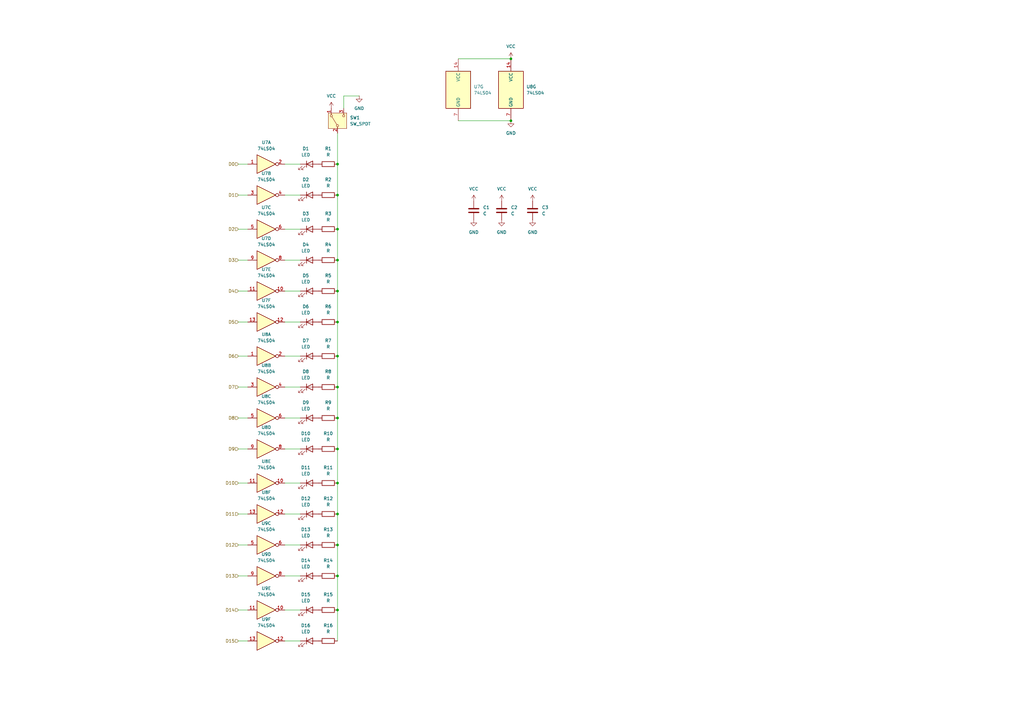
<source format=kicad_sch>
(kicad_sch (version 20231120) (generator "eeschema") (generator_version "8.0")
  (paper "A3")
  (lib_symbols
    (symbol "74xx:74LS04"
      (property "Reference" "U" (at 0 1.27 0))
      (property "Value" "74LS04" (at 0 -1.27 0))
      (symbol "74LS04_1_0"
        (polyline (pts (xy -3.81 3.81) (xy -3.81 -3.81) (xy 3.81 0) (xy -3.81 3.81)) (stroke (width 0.254)) (fill (type background)))
        (pin input line (at -7.62 0 0) (length 3.81) (name "~") (number "1"))
        (pin output inverted (at 7.62 0 180) (length 3.81) (name "~") (number "2"))
      )
      (symbol "74LS04_2_0"
        (polyline (pts (xy -3.81 3.81) (xy -3.81 -3.81) (xy 3.81 0) (xy -3.81 3.81)) (stroke (width 0.254)) (fill (type background)))
        (pin input line (at -7.62 0 0) (length 3.81) (name "~") (number "3"))
        (pin output inverted (at 7.62 0 180) (length 3.81) (name "~") (number "4"))
      )
      (symbol "74LS04_3_0"
        (polyline (pts (xy -3.81 3.81) (xy -3.81 -3.81) (xy 3.81 0) (xy -3.81 3.81)) (stroke (width 0.254)) (fill (type background)))
        (pin input line (at -7.62 0 0) (length 3.81) (name "~") (number "5"))
        (pin output inverted (at 7.62 0 180) (length 3.81) (name "~") (number "6"))
      )
      (symbol "74LS04_4_0"
        (polyline (pts (xy -3.81 3.81) (xy -3.81 -3.81) (xy 3.81 0) (xy -3.81 3.81)) (stroke (width 0.254)) (fill (type background)))
        (pin output inverted (at 7.62 0 180) (length 3.81) (name "~") (number "8"))
        (pin input line (at -7.62 0 0) (length 3.81) (name "~") (number "9"))
      )
      (symbol "74LS04_5_0"
        (polyline (pts (xy -3.81 3.81) (xy -3.81 -3.81) (xy 3.81 0) (xy -3.81 3.81)) (stroke (width 0.254)) (fill (type background)))
        (pin output inverted (at 7.62 0 180) (length 3.81) (name "~") (number "10"))
        (pin input line (at -7.62 0 0) (length 3.81) (name "~") (number "11"))
      )
      (symbol "74LS04_6_0"
        (polyline (pts (xy -3.81 3.81) (xy -3.81 -3.81) (xy 3.81 0) (xy -3.81 3.81)) (stroke (width 0.254)) (fill (type background)))
        (pin output inverted (at 7.62 0 180) (length 3.81) (name "~") (number "12"))
        (pin input line (at -7.62 0 0) (length 3.81) (name "~") (number "13"))
      )
      (symbol "74LS04_7_0"
        (pin power_in line (at 0 12.7 270) (length 5.08) (name "VCC") (number "14"))
        (pin power_in line (at 0 -12.7 90) (length 5.08) (name "GND") (number "7"))
      )
      (symbol "74LS04_7_1"
        (rectangle (start -5.08 7.62) (end 5.08 -7.62) (stroke (width 0.254)) (fill (type background)))
      )
    )
    (symbol "Device:C" (pin_numbers hide) (pin_names (offset 0.254))
      (property "Reference" "C" (at 0.635 2.54 0))
      (property "Value" "C" (at 0.635 -2.54 0))
      (symbol "C_0_1"
        (polyline (pts (xy -2.032 -0.762) (xy 2.032 -0.762)) (stroke (width 0.508)))
        (polyline (pts (xy -2.032 0.762) (xy 2.032 0.762)) (stroke (width 0.508)))
      )
      (symbol "C_1_1"
        (pin passive line (at 0 3.81 270) (length 2.794) (name "~") (number "1"))
        (pin passive line (at 0 -3.81 90) (length 2.794) (name "~") (number "2"))
      )
    )
    (symbol "Device:LED" (pin_numbers hide) (pin_names (offset 1.016) hide)
      (property "Reference" "D" (at 0 2.54 0))
      (property "Value" "LED" (at 0 -2.54 0))
      (symbol "LED_0_1"
        (polyline (pts (xy -1.27 -1.27) (xy -1.27 1.27)) (stroke (width 0.254)))
        (polyline (pts (xy -1.27 0) (xy 1.27 0)))
        (polyline (pts (xy 1.27 -1.27) (xy 1.27 1.27) (xy -1.27 0) (xy 1.27 -1.27)) (stroke (width 0.254)))
        (polyline (pts (xy -3.048 -0.762) (xy -4.572 -2.286) (xy -3.81 -2.286) (xy -4.572 -2.286) (xy -4.572 -1.524)))
        (polyline (pts (xy -1.778 -0.762) (xy -3.302 -2.286) (xy -2.54 -2.286) (xy -3.302 -2.286) (xy -3.302 -1.524)))
      )
      (symbol "LED_1_1"
        (pin passive line (at -3.81 0 0) (length 2.54) (name "K") (number "1"))
        (pin passive line (at 3.81 0 180) (length 2.54) (name "A") (number "2"))
      )
    )
    (symbol "Device:R" (pin_numbers hide) (pin_names (offset 0))
      (property "Reference" "R" (at 2.032 0 90))
      (property "Value" "R" (at 0 0 90))
      (symbol "R_0_1"
        (rectangle (start -1.016 -2.54) (end 1.016 2.54) (stroke (width 0.254)))
      )
      (symbol "R_1_1"
        (pin passive line (at 0 3.81 270) (length 1.27) (name "~") (number "1"))
        (pin passive line (at 0 -3.81 90) (length 1.27) (name "~") (number "2"))
      )
    )
    (symbol "Switch:SW_SPDT" (pin_names (offset 0) hide)
      (property "Reference" "SW" (at 0 5.08 0))
      (property "Value" "SW_SPDT" (at 0 -5.08 0))
      (symbol "SW_SPDT_0_1"
        (circle (center -2.032 0) (radius 0.4572))
        (polyline (pts (xy -1.651 0.254) (xy 1.651 2.286)))
        (circle (center 2.032 -2.54) (radius 0.4572))
        (circle (center 2.032 2.54) (radius 0.4572))
      )
      (symbol "SW_SPDT_1_1"
        (rectangle (start -3.175 3.81) (end 3.175 -3.81) (fill (type background)))
        (pin passive line (at 5.08 2.54 180) (length 2.54) (name "A") (number "1"))
        (pin passive line (at -5.08 0 0) (length 2.54) (name "B") (number "2"))
        (pin passive line (at 5.08 -2.54 180) (length 2.54) (name "C") (number "3"))
      )
    )
    (symbol "power:GND" (power) (pin_numbers hide) (pin_names (offset 0) hide)
      (property "Value" "GND" (at 0 -3.81 0))
      (symbol "GND_0_1"
        (polyline (pts (xy 0 0) (xy 0 -1.27) (xy 1.27 -1.27) (xy 0 -2.54) (xy -1.27 -1.27) (xy 0 -1.27)))
      )
      (symbol "GND_1_1"
        (pin power_in line (at 0 0 270) (length 0) (name "~") (number "1"))
      )
    )
    (symbol "power:VCC" (power) (pin_numbers hide) (pin_names (offset 0) hide)
      (property "Value" "VCC" (at 0 3.556 0))
      (symbol "VCC_0_1"
        (polyline (pts (xy -0.762 1.27) (xy 0 2.54)))
        (polyline (pts (xy 0 0) (xy 0 2.54)))
        (polyline (pts (xy 0 2.54) (xy 0.762 1.27)))
      )
      (symbol "VCC_1_1"
        (pin power_in line (at 0 0 90) (length 0) (name "~") (number "1"))
      )
    )
  )
  (junction (at 138.43 146.05))
  (junction (at 138.43 171.45))
  (junction (at 138.43 106.68))
  (junction (at 138.43 67.31))
  (junction (at 138.43 210.82))
  (junction (at 138.43 158.75))
  (junction (at 138.43 250.19))
  (junction (at 138.43 119.38))
  (junction (at 138.43 236.22))
  (junction (at 138.43 184.15))
  (junction (at 209.55 49.53))
  (junction (at 138.43 223.52))
  (junction (at 138.43 198.12))
  (junction (at 138.43 93.98))
  (junction (at 138.43 132.08))
  (junction (at 138.43 80.01))
  (junction (at 209.55 24.13))
  (wire (pts (xy 138.43 171.45) (xy 138.43 184.15)))
  (wire (pts (xy 138.43 158.75) (xy 138.43 171.45)))
  (wire (pts (xy 116.84 132.08) (xy 123.19 132.08)))
  (wire (pts (xy 116.84 106.68) (xy 123.19 106.68)))
  (wire (pts (xy 116.84 67.31) (xy 123.19 67.31)))
  (wire (pts (xy 116.84 80.01) (xy 123.19 80.01)))
  (wire (pts (xy 138.43 132.08) (xy 138.43 146.05)))
  (wire (pts (xy 97.79 262.89) (xy 101.6 262.89)))
  (wire (pts (xy 138.43 67.31) (xy 138.43 80.01)))
  (wire (pts (xy 116.84 250.19) (xy 123.19 250.19)))
  (wire (pts (xy 97.79 184.15) (xy 101.6 184.15)))
  (wire (pts (xy 116.84 210.82) (xy 123.19 210.82)))
  (wire (pts (xy 138.43 184.15) (xy 138.43 198.12)))
  (wire (pts (xy 97.79 198.12) (xy 101.6 198.12)))
  (wire (pts (xy 97.79 223.52) (xy 101.6 223.52)))
  (wire (pts (xy 116.84 171.45) (xy 123.19 171.45)))
  (wire (pts (xy 116.84 146.05) (xy 123.19 146.05)))
  (wire (pts (xy 138.43 250.19) (xy 138.43 262.89)))
  (wire (pts (xy 97.79 210.82) (xy 101.6 210.82)))
  (wire (pts (xy 116.84 236.22) (xy 123.19 236.22)))
  (wire (pts (xy 97.79 146.05) (xy 101.6 146.05)))
  (wire (pts (xy 187.96 49.53) (xy 209.55 49.53)))
  (wire (pts (xy 138.43 236.22) (xy 138.43 250.19)))
  (wire (pts (xy 138.43 223.52) (xy 138.43 236.22)))
  (wire (pts (xy 97.79 93.98) (xy 101.6 93.98)))
  (wire (pts (xy 138.43 93.98) (xy 138.43 106.68)))
  (wire (pts (xy 97.79 236.22) (xy 101.6 236.22)))
  (wire (pts (xy 116.84 119.38) (xy 123.19 119.38)))
  (wire (pts (xy 187.96 24.13) (xy 209.55 24.13)))
  (wire (pts (xy 138.43 146.05) (xy 138.43 158.75)))
  (wire (pts (xy 97.79 171.45) (xy 101.6 171.45)))
  (wire (pts (xy 116.84 158.75) (xy 123.19 158.75)))
  (wire (pts (xy 97.79 106.68) (xy 101.6 106.68)))
  (wire (pts (xy 97.79 132.08) (xy 101.6 132.08)))
  (wire (pts (xy 97.79 158.75) (xy 101.6 158.75)))
  (wire (pts (xy 138.43 80.01) (xy 138.43 93.98)))
  (wire (pts (xy 116.84 184.15) (xy 123.19 184.15)))
  (wire (pts (xy 140.97 44.45) (xy 140.97 39.37)))
  (wire (pts (xy 138.43 54.61) (xy 138.43 67.31)))
  (wire (pts (xy 116.84 198.12) (xy 123.19 198.12)))
  (wire (pts (xy 138.43 119.38) (xy 138.43 132.08)))
  (wire (pts (xy 116.84 262.89) (xy 123.19 262.89)))
  (wire (pts (xy 138.43 106.68) (xy 138.43 119.38)))
  (wire (pts (xy 116.84 93.98) (xy 123.19 93.98)))
  (wire (pts (xy 97.79 119.38) (xy 101.6 119.38)))
  (wire (pts (xy 140.97 39.37) (xy 147.32 39.37)))
  (wire (pts (xy 97.79 80.01) (xy 101.6 80.01)))
  (wire (pts (xy 138.43 210.82) (xy 138.43 223.52)))
  (wire (pts (xy 97.79 67.31) (xy 101.6 67.31)))
  (wire (pts (xy 97.79 250.19) (xy 101.6 250.19)))
  (wire (pts (xy 116.84 223.52) (xy 123.19 223.52)))
  (wire (pts (xy 138.43 198.12) (xy 138.43 210.82)))
  (hierarchical_label "D5" (shape input) (at 97.79 132.08 180))
  (hierarchical_label "D6" (shape input) (at 97.79 146.05 180))
  (hierarchical_label "D2" (shape input) (at 97.79 93.98 180))
  (hierarchical_label "D14" (shape input) (at 97.79 250.19 180))
  (hierarchical_label "D15" (shape input) (at 97.79 262.89 180))
  (hierarchical_label "D0" (shape input) (at 97.79 67.31 180))
  (hierarchical_label "D7" (shape input) (at 97.79 158.75 180))
  (hierarchical_label "D10" (shape input) (at 97.79 198.12 180))
  (hierarchical_label "D13" (shape input) (at 97.79 236.22 180))
  (hierarchical_label "D1" (shape input) (at 97.79 80.01 180))
  (hierarchical_label "D4" (shape input) (at 97.79 119.38 180))
  (hierarchical_label "D8" (shape input) (at 97.79 171.45 180))
  (hierarchical_label "D12" (shape input) (at 97.79 223.52 180))
  (hierarchical_label "D11" (shape input) (at 97.79 210.82 180))
  (hierarchical_label "D3" (shape input) (at 97.79 106.68 180))
  (hierarchical_label "D9" (shape input) (at 97.79 184.15 180))
  (symbol (lib_id "Device:R") (at 134.62 106.68 90) (unit 1)
    (property "Reference" "R4" (at 134.62 100.33 90))
    (property "Value" "R" (at 134.62 102.87 90))
    (property "Footprint" "Resistor_SMD:R_0805_2012Metric" (effects (hide yes)))
    (property "Description" "Resistor" (effects (hide yes)))
    (instances (project "" (path "" (reference "R4") (unit 1))) (project "pcb_proc_ram" (path "" (reference "R?") (unit 1)) (path "" (reference "R?") (unit 1))))
  )
  (symbol (lib_id "Device:C") (at 205.74 86.36 0) (unit 1)
    (property "Reference" "C2" (at 209.55 85.0899 0) (effects (justify left)))
    (property "Value" "C" (at 209.55 87.6299 0) (effects (justify left)))
    (property "Footprint" "Capacitor_SMD:C_0805_2012Metric" (effects (hide yes)))
    (property "Description" "Unpolarized capacitor" (effects (hide yes)))
    (instances (project "" (path "" (reference "C2") (unit 1))) (project "pcb_proc_ram" (path "" (reference "C?") (unit 1)) (path "" (reference "C?") (unit 1))))
  )
  (symbol (lib_id "Device:R") (at 134.62 262.89 90) (unit 1)
    (property "Reference" "R16" (at 134.62 256.54 90))
    (property "Value" "R" (at 134.62 259.08 90))
    (property "Footprint" "Resistor_SMD:R_0805_2012Metric" (effects (hide yes)))
    (property "Description" "Resistor" (effects (hide yes)))
    (instances (project "" (path "" (reference "R16") (unit 1))) (project "pcb_proc_ram" (path "" (reference "R?") (unit 1)) (path "" (reference "R?") (unit 1))))
  )
  (symbol (lib_id "Device:LED") (at 127 158.75 0) (unit 1)
    (property "Reference" "D8" (at 125.4125 152.4 0))
    (property "Value" "LED" (at 125.4125 154.94 0))
    (property "Footprint" "LED_THT:LED_Rectangular_W5.0mm_H2.0mm" (effects (hide yes)))
    (property "Description" "Light emitting diode" (effects (hide yes)))
    (instances (project "" (path "" (reference "D8") (unit 1))) (project "pcb_proc_ram" (path "" (reference "D?") (unit 1)) (path "" (reference "D?") (unit 1))))
  )
  (symbol (lib_id "Device:R") (at 134.62 93.98 90) (unit 1)
    (property "Reference" "R3" (at 134.62 87.63 90))
    (property "Value" "R" (at 134.62 90.17 90))
    (property "Footprint" "Resistor_SMD:R_0805_2012Metric" (effects (hide yes)))
    (property "Description" "Resistor" (effects (hide yes)))
    (instances (project "" (path "" (reference "R3") (unit 1))) (project "pcb_proc_ram" (path "" (reference "R?") (unit 1)) (path "" (reference "R?") (unit 1))))
  )
  (symbol (lib_id "power:GND") (at 209.55 49.53 0) (unit 1)
    (property "Reference" "#PWR020" (effects (hide yes)))
    (property "Value" "GND" (at 209.55 54.61 0))
    (property "Description" "Power symbol creates a global label with name \"GND\" , ground" (effects (hide yes)))
    (instances (project "" (path "" (reference "#PWR020") (unit 1))) (project "pcb_proc_ram" (path "" (reference "#PWR?") (unit 1)) (path "" (reference "#PWR?") (unit 1))))
  )
  (symbol (lib_id "74xx:74LS04") (at 209.55 36.83 0) (unit 7)
    (property "Reference" "U8" (at 215.9 35.5599 0) (effects (justify left)))
    (property "Value" "74LS04" (at 215.9 38.0999 0) (effects (justify left)))
    (property "Footprint" "Package_DIP:DIP-14_W7.62mm_LongPads" (effects (hide yes)))
    (property "Datasheet" "http://www.ti.com/lit/gpn/sn74LS04" (effects (hide yes)))
    (property "Description" "Hex Inverter" (effects (hide yes)))
    (instances (project "" (path "" (reference "U8") (unit 7))) (project "pcb_proc_ram" (path "" (reference "U?") (unit 7)) (path "" (reference "U?") (unit 7))))
  )
  (symbol (lib_id "Device:LED") (at 127 262.89 0) (unit 1)
    (property "Reference" "D16" (at 125.4125 256.54 0))
    (property "Value" "LED" (at 125.4125 259.08 0))
    (property "Footprint" "LED_THT:LED_Rectangular_W5.0mm_H2.0mm" (effects (hide yes)))
    (property "Description" "Light emitting diode" (effects (hide yes)))
    (instances (project "" (path "" (reference "D16") (unit 1))) (project "pcb_proc_ram" (path "" (reference "D?") (unit 1)) (path "" (reference "D?") (unit 1))))
  )
  (symbol (lib_id "Device:LED") (at 127 132.08 0) (unit 1)
    (property "Reference" "D6" (at 125.4125 125.73 0))
    (property "Value" "LED" (at 125.4125 128.27 0))
    (property "Footprint" "LED_THT:LED_Rectangular_W5.0mm_H2.0mm" (effects (hide yes)))
    (property "Description" "Light emitting diode" (effects (hide yes)))
    (instances (project "" (path "" (reference "D6") (unit 1))) (project "pcb_proc_ram" (path "" (reference "D?") (unit 1)) (path "" (reference "D?") (unit 1))))
  )
  (symbol (lib_id "Device:LED") (at 127 171.45 0) (unit 1)
    (property "Reference" "D9" (at 125.4125 165.1 0))
    (property "Value" "LED" (at 125.4125 167.64 0))
    (property "Footprint" "LED_THT:LED_Rectangular_W5.0mm_H2.0mm" (effects (hide yes)))
    (property "Description" "Light emitting diode" (effects (hide yes)))
    (instances (project "" (path "" (reference "D9") (unit 1))) (project "pcb_proc_ram" (path "" (reference "D?") (unit 1)) (path "" (reference "D?") (unit 1))))
  )
  (symbol (lib_id "power:VCC") (at 209.55 24.13 0) (unit 1)
    (property "Reference" "#PWR017" (effects (hide yes)))
    (property "Value" "VCC" (at 209.55 19.05 0))
    (property "Description" "Power symbol creates a global label with name \"VCC\"" (effects (hide yes)))
    (instances (project "" (path "" (reference "#PWR017") (unit 1))) (project "pcb_proc_ram" (path "" (reference "#PWR?") (unit 1)) (path "" (reference "#PWR?") (unit 1))))
  )
  (symbol (lib_id "Device:R") (at 134.62 132.08 90) (unit 1)
    (property "Reference" "R6" (at 134.62 125.73 90))
    (property "Value" "R" (at 134.62 128.27 90))
    (property "Footprint" "Resistor_SMD:R_0805_2012Metric" (effects (hide yes)))
    (property "Description" "Resistor" (effects (hide yes)))
    (instances (project "" (path "" (reference "R6") (unit 1))) (project "pcb_proc_ram" (path "" (reference "R?") (unit 1)) (path "" (reference "R?") (unit 1))))
  )
  (symbol (lib_id "power:GND") (at 218.44 90.17 0) (unit 1)
    (property "Reference" "#PWR026" (effects (hide yes)))
    (property "Value" "GND" (at 218.44 95.25 0))
    (property "Description" "Power symbol creates a global label with name \"GND\" , ground" (effects (hide yes)))
    (instances (project "" (path "" (reference "#PWR026") (unit 1))) (project "pcb_proc_ram" (path "" (reference "#PWR?") (unit 1)) (path "" (reference "#PWR?") (unit 1))))
  )
  (symbol (lib_id "74xx:74LS04") (at 109.22 67.31 0) (unit 1)
    (property "Reference" "U7" (at 109.22 58.42 0))
    (property "Value" "74LS04" (at 109.22 60.96 0))
    (property "Footprint" "Package_DIP:DIP-14_W7.62mm_Socket_LongPads" (effects (hide yes)))
    (property "Datasheet" "http://www.ti.com/lit/gpn/sn74LS04" (effects (hide yes)))
    (property "Description" "Hex Inverter" (effects (hide yes)))
    (instances (project "" (path "" (reference "U7") (unit 1))) (project "pcb_proc_ram" (path "" (reference "U?") (unit 1)) (path "" (reference "U?") (unit 1))))
  )
  (symbol (lib_id "power:GND") (at 194.31 90.17 0) (unit 1)
    (property "Reference" "#PWR024" (effects (hide yes)))
    (property "Value" "GND" (at 194.31 95.25 0))
    (property "Description" "Power symbol creates a global label with name \"GND\" , ground" (effects (hide yes)))
    (instances (project "" (path "" (reference "#PWR024") (unit 1))) (project "pcb_proc_ram" (path "" (reference "#PWR?") (unit 1)) (path "" (reference "#PWR?") (unit 1))))
  )
  (symbol (lib_id "74xx:74LS04") (at 187.96 36.83 0) (unit 7)
    (property "Reference" "U7" (at 194.31 35.5599 0) (effects (justify left)))
    (property "Value" "74LS04" (at 194.31 38.0999 0) (effects (justify left)))
    (property "Footprint" "Package_DIP:DIP-14_W7.62mm_Socket_LongPads" (effects (hide yes)))
    (property "Datasheet" "http://www.ti.com/lit/gpn/sn74LS04" (effects (hide yes)))
    (property "Description" "Hex Inverter" (effects (hide yes)))
    (instances (project "" (path "" (reference "U7") (unit 7))) (project "pcb_proc_ram" (path "" (reference "U?") (unit 7)) (path "" (reference "U?") (unit 7))))
  )
  (symbol (lib_id "Device:LED") (at 127 106.68 0) (unit 1)
    (property "Reference" "D4" (at 125.4125 100.33 0))
    (property "Value" "LED" (at 125.4125 102.87 0))
    (property "Footprint" "LED_THT:LED_Rectangular_W5.0mm_H2.0mm" (effects (hide yes)))
    (property "Description" "Light emitting diode" (effects (hide yes)))
    (instances (project "" (path "" (reference "D4") (unit 1))) (project "pcb_proc_ram" (path "" (reference "D?") (unit 1)) (path "" (reference "D?") (unit 1))))
  )
  (symbol (lib_id "74xx:74LS04") (at 109.22 146.05 0) (unit 1)
    (property "Reference" "U8" (at 109.22 137.16 0))
    (property "Value" "74LS04" (at 109.22 139.7 0))
    (property "Footprint" "Package_DIP:DIP-14_W7.62mm_LongPads" (effects (hide yes)))
    (property "Datasheet" "http://www.ti.com/lit/gpn/sn74LS04" (effects (hide yes)))
    (property "Description" "Hex Inverter" (effects (hide yes)))
    (instances (project "" (path "" (reference "U8") (unit 1))) (project "pcb_proc_ram" (path "" (reference "U?") (unit 1)) (path "" (reference "U?") (unit 1))))
  )
  (symbol (lib_id "power:VCC") (at 205.74 82.55 0) (unit 1)
    (property "Reference" "#PWR022" (effects (hide yes)))
    (property "Value" "VCC" (at 205.74 77.47 0))
    (property "Description" "Power symbol creates a global label with name \"VCC\"" (effects (hide yes)))
    (instances (project "" (path "" (reference "#PWR022") (unit 1))) (project "pcb_proc_ram" (path "" (reference "#PWR?") (unit 1)) (path "" (reference "#PWR?") (unit 1))))
  )
  (symbol (lib_id "power:VCC") (at 135.89 44.45 0) (unit 1)
    (property "Reference" "#PWR019" (effects (hide yes)))
    (property "Value" "VCC" (at 135.89 39.37 0))
    (property "Description" "Power symbol creates a global label with name \"VCC\"" (effects (hide yes)))
    (instances (project "" (path "" (reference "#PWR019") (unit 1))) (project "pcb_proc_ram" (path "" (reference "#PWR?") (unit 1)) (path "" (reference "#PWR?") (unit 1))))
  )
  (symbol (lib_id "Device:R") (at 134.62 223.52 90) (unit 1)
    (property "Reference" "R13" (at 134.62 217.17 90))
    (property "Value" "R" (at 134.62 219.71 90))
    (property "Footprint" "Resistor_SMD:R_0805_2012Metric" (effects (hide yes)))
    (property "Description" "Resistor" (effects (hide yes)))
    (instances (project "" (path "" (reference "R13") (unit 1))) (project "pcb_proc_ram" (path "" (reference "R?") (unit 1)) (path "" (reference "R?") (unit 1))))
  )
  (symbol (lib_id "Device:R") (at 134.62 80.01 90) (unit 1)
    (property "Reference" "R2" (at 134.62 73.66 90))
    (property "Value" "R" (at 134.62 76.2 90))
    (property "Footprint" "Resistor_SMD:R_0805_2012Metric" (effects (hide yes)))
    (property "Description" "Resistor" (effects (hide yes)))
    (instances (project "" (path "" (reference "R2") (unit 1))) (project "pcb_proc_ram" (path "" (reference "R?") (unit 1)) (path "" (reference "R?") (unit 1))))
  )
  (symbol (lib_id "74xx:74LS04") (at 109.22 106.68 0) (unit 4)
    (property "Reference" "U7" (at 109.22 97.79 0))
    (property "Value" "74LS04" (at 109.22 100.33 0))
    (property "Footprint" "Package_DIP:DIP-14_W7.62mm_Socket_LongPads" (effects (hide yes)))
    (property "Datasheet" "http://www.ti.com/lit/gpn/sn74LS04" (effects (hide yes)))
    (property "Description" "Hex Inverter" (effects (hide yes)))
    (instances (project "" (path "" (reference "U7") (unit 4))) (project "pcb_proc_ram" (path "" (reference "U?") (unit 4)) (path "" (reference "U?") (unit 4))))
  )
  (symbol (lib_id "Device:R") (at 134.62 184.15 90) (unit 1)
    (property "Reference" "R10" (at 134.62 177.8 90))
    (property "Value" "R" (at 134.62 180.34 90))
    (property "Footprint" "Resistor_SMD:R_0805_2012Metric" (effects (hide yes)))
    (property "Description" "Resistor" (effects (hide yes)))
    (instances (project "" (path "" (reference "R10") (unit 1))) (project "pcb_proc_ram" (path "" (reference "R?") (unit 1)) (path "" (reference "R?") (unit 1))))
  )
  (symbol (lib_id "Device:LED") (at 127 236.22 0) (unit 1)
    (property "Reference" "D14" (at 125.4125 229.87 0))
    (property "Value" "LED" (at 125.4125 232.41 0))
    (property "Footprint" "LED_THT:LED_Rectangular_W5.0mm_H2.0mm" (effects (hide yes)))
    (property "Description" "Light emitting diode" (effects (hide yes)))
    (instances (project "" (path "" (reference "D14") (unit 1))) (project "pcb_proc_ram" (path "" (reference "D?") (unit 1)) (path "" (reference "D?") (unit 1))))
  )
  (symbol (lib_id "74xx:74LS04") (at 109.22 198.12 0) (unit 5)
    (property "Reference" "U8" (at 109.22 189.23 0))
    (property "Value" "74LS04" (at 109.22 191.77 0))
    (property "Footprint" "Package_DIP:DIP-14_W7.62mm_LongPads" (effects (hide yes)))
    (property "Datasheet" "http://www.ti.com/lit/gpn/sn74LS04" (effects (hide yes)))
    (property "Description" "Hex Inverter" (effects (hide yes)))
    (instances (project "" (path "" (reference "U8") (unit 5))) (project "pcb_proc_ram" (path "" (reference "U?") (unit 5)) (path "" (reference "U?") (unit 5))))
  )
  (symbol (lib_id "power:GND") (at 147.32 39.37 0) (unit 1)
    (property "Reference" "#PWR018" (effects (hide yes)))
    (property "Value" "GND" (at 147.32 44.45 0))
    (property "Description" "Power symbol creates a global label with name \"GND\" , ground" (effects (hide yes)))
    (instances (project "" (path "" (reference "#PWR018") (unit 1))) (project "pcb_proc_ram" (path "" (reference "#PWR?") (unit 1)) (path "" (reference "#PWR?") (unit 1))))
  )
  (symbol (lib_id "power:VCC") (at 218.44 82.55 0) (unit 1)
    (property "Reference" "#PWR023" (effects (hide yes)))
    (property "Value" "VCC" (at 218.44 77.47 0))
    (property "Description" "Power symbol creates a global label with name \"VCC\"" (effects (hide yes)))
    (instances (project "" (path "" (reference "#PWR023") (unit 1))) (project "pcb_proc_ram" (path "" (reference "#PWR?") (unit 1)) (path "" (reference "#PWR?") (unit 1))))
  )
  (symbol (lib_id "Device:LED") (at 127 119.38 0) (unit 1)
    (property "Reference" "D5" (at 125.4125 113.03 0))
    (property "Value" "LED" (at 125.4125 115.57 0))
    (property "Footprint" "LED_THT:LED_Rectangular_W5.0mm_H2.0mm" (effects (hide yes)))
    (property "Description" "Light emitting diode" (effects (hide yes)))
    (instances (project "" (path "" (reference "D5") (unit 1))) (project "pcb_proc_ram" (path "" (reference "D?") (unit 1)) (path "" (reference "D?") (unit 1))))
  )
  (symbol (lib_id "Device:LED") (at 127 223.52 0) (unit 1)
    (property "Reference" "D13" (at 125.4125 217.17 0))
    (property "Value" "LED" (at 125.4125 219.71 0))
    (property "Footprint" "LED_THT:LED_Rectangular_W5.0mm_H2.0mm" (effects (hide yes)))
    (property "Description" "Light emitting diode" (effects (hide yes)))
    (instances (project "" (path "" (reference "D13") (unit 1))) (project "pcb_proc_ram" (path "" (reference "D?") (unit 1)) (path "" (reference "D?") (unit 1))))
  )
  (symbol (lib_id "74xx:74LS04") (at 109.22 262.89 0) (unit 6)
    (property "Reference" "U9" (at 109.22 254 0))
    (property "Value" "74LS04" (at 109.22 256.54 0))
    (property "Footprint" "Package_DIP:DIP-14_W7.62mm_LongPads" (effects (hide yes)))
    (property "Datasheet" "http://www.ti.com/lit/gpn/sn74LS04" (effects (hide yes)))
    (property "Description" "Hex Inverter" (effects (hide yes)))
    (instances (project "" (path "" (reference "U9") (unit 6))) (project "pcb_proc_ram" (path "" (reference "U?") (unit 6)) (path "" (reference "U?") (unit 6))))
  )
  (symbol (lib_id "Device:C") (at 194.31 86.36 0) (unit 1)
    (property "Reference" "C1" (at 198.12 85.0899 0) (effects (justify left)))
    (property "Value" "C" (at 198.12 87.6299 0) (effects (justify left)))
    (property "Footprint" "Capacitor_SMD:C_0805_2012Metric" (effects (hide yes)))
    (property "Description" "Unpolarized capacitor" (effects (hide yes)))
    (instances (project "" (path "" (reference "C1") (unit 1))) (project "pcb_proc_ram" (path "" (reference "C?") (unit 1)) (path "" (reference "C?") (unit 1))))
  )
  (symbol (lib_id "Device:R") (at 134.62 67.31 90) (unit 1)
    (property "Reference" "R1" (at 134.62 60.96 90))
    (property "Value" "R" (at 134.62 63.5 90))
    (property "Footprint" "Resistor_SMD:R_0805_2012Metric" (effects (hide yes)))
    (property "Description" "Resistor" (effects (hide yes)))
    (instances (project "" (path "" (reference "R1") (unit 1))) (project "" (path "" (reference "R?") (unit 1)) (path "" (reference "R?") (unit 1))))
  )
  (symbol (lib_id "power:VCC") (at 194.31 82.55 0) (unit 1)
    (property "Reference" "#PWR021" (effects (hide yes)))
    (property "Value" "VCC" (at 194.31 77.47 0))
    (property "Description" "Power symbol creates a global label with name \"VCC\"" (effects (hide yes)))
    (instances (project "" (path "" (reference "#PWR021") (unit 1))) (project "pcb_proc_ram" (path "" (reference "#PWR?") (unit 1)) (path "" (reference "#PWR?") (unit 1))))
  )
  (symbol (lib_id "Device:R") (at 134.62 198.12 90) (unit 1)
    (property "Reference" "R11" (at 134.62 191.77 90))
    (property "Value" "R" (at 134.62 194.31 90))
    (property "Footprint" "Resistor_SMD:R_0805_2012Metric" (effects (hide yes)))
    (property "Description" "Resistor" (effects (hide yes)))
    (instances (project "" (path "" (reference "R11") (unit 1))) (project "pcb_proc_ram" (path "" (reference "R?") (unit 1)) (path "" (reference "R?") (unit 1))))
  )
  (symbol (lib_id "74xx:74LS04") (at 109.22 119.38 0) (unit 5)
    (property "Reference" "U7" (at 109.22 110.49 0))
    (property "Value" "74LS04" (at 109.22 113.03 0))
    (property "Footprint" "Package_DIP:DIP-14_W7.62mm_Socket_LongPads" (effects (hide yes)))
    (property "Datasheet" "http://www.ti.com/lit/gpn/sn74LS04" (effects (hide yes)))
    (property "Description" "Hex Inverter" (effects (hide yes)))
    (instances (project "" (path "" (reference "U7") (unit 5))) (project "pcb_proc_ram" (path "" (reference "U?") (unit 5)) (path "" (reference "U?") (unit 5))))
  )
  (symbol (lib_id "Device:R") (at 134.62 210.82 90) (unit 1)
    (property "Reference" "R12" (at 134.62 204.47 90))
    (property "Value" "R" (at 134.62 207.01 90))
    (property "Footprint" "Resistor_SMD:R_0805_2012Metric" (effects (hide yes)))
    (property "Description" "Resistor" (effects (hide yes)))
    (instances (project "" (path "" (reference "R12") (unit 1))) (project "pcb_proc_ram" (path "" (reference "R?") (unit 1)) (path "" (reference "R?") (unit 1))))
  )
  (symbol (lib_id "Device:LED") (at 127 198.12 0) (unit 1)
    (property "Reference" "D11" (at 125.4125 191.77 0))
    (property "Value" "LED" (at 125.4125 194.31 0))
    (property "Footprint" "LED_THT:LED_Rectangular_W5.0mm_H2.0mm" (effects (hide yes)))
    (property "Description" "Light emitting diode" (effects (hide yes)))
    (instances (project "" (path "" (reference "D11") (unit 1))) (project "pcb_proc_ram" (path "" (reference "D?") (unit 1)) (path "" (reference "D?") (unit 1))))
  )
  (symbol (lib_id "Device:R") (at 134.62 158.75 90) (unit 1)
    (property "Reference" "R8" (at 134.62 152.4 90))
    (property "Value" "R" (at 134.62 154.94 90))
    (property "Footprint" "Resistor_SMD:R_0805_2012Metric" (effects (hide yes)))
    (property "Description" "Resistor" (effects (hide yes)))
    (instances (project "" (path "" (reference "R8") (unit 1))) (project "pcb_proc_ram" (path "" (reference "R?") (unit 1)) (path "" (reference "R?") (unit 1))))
  )
  (symbol (lib_id "74xx:74LS04") (at 109.22 171.45 0) (unit 3)
    (property "Reference" "U8" (at 109.22 162.56 0))
    (property "Value" "74LS04" (at 109.22 165.1 0))
    (property "Footprint" "Package_DIP:DIP-14_W7.62mm_LongPads" (effects (hide yes)))
    (property "Datasheet" "http://www.ti.com/lit/gpn/sn74LS04" (effects (hide yes)))
    (property "Description" "Hex Inverter" (effects (hide yes)))
    (instances (project "" (path "" (reference "U8") (unit 3))) (project "pcb_proc_ram" (path "" (reference "U?") (unit 3)) (path "" (reference "U?") (unit 3))))
  )
  (symbol (lib_id "Switch:SW_SPDT") (at 138.43 49.53 90) (unit 1)
    (property "Reference" "SW1" (at 143.51 48.2599 90) (effects (justify right)))
    (property "Value" "SW_SPDT" (at 143.51 50.7999 90) (effects (justify right)))
    (property "Footprint" "Button_Switch_THT:SW_E-Switch_EG1271_SPDT" (effects (hide yes)))
    (property "Description" "Switch, single pole double throw" (effects (hide yes)))
    (instances (project "" (path "" (reference "SW1") (unit 1))) (project "pcb_proc_ram" (path "" (reference "SW?") (unit 1)) (path "" (reference "SW?") (unit 1))))
  )
  (symbol (lib_id "Device:LED") (at 127 146.05 0) (unit 1)
    (property "Reference" "D7" (at 125.4125 139.7 0))
    (property "Value" "LED" (at 125.4125 142.24 0))
    (property "Footprint" "LED_THT:LED_Rectangular_W5.0mm_H2.0mm" (effects (hide yes)))
    (property "Description" "Light emitting diode" (effects (hide yes)))
    (instances (project "" (path "" (reference "D7") (unit 1))) (project "pcb_proc_ram" (path "" (reference "D?") (unit 1)) (path "" (reference "D?") (unit 1))))
  )
  (symbol (lib_id "Device:C") (at 218.44 86.36 0) (unit 1)
    (property "Reference" "C3" (at 222.25 85.0899 0) (effects (justify left)))
    (property "Value" "C" (at 222.25 87.6299 0) (effects (justify left)))
    (property "Footprint" "Capacitor_SMD:C_0805_2012Metric" (effects (hide yes)))
    (property "Description" "Unpolarized capacitor" (effects (hide yes)))
    (instances (project "" (path "" (reference "C3") (unit 1))) (project "pcb_proc_ram" (path "" (reference "C?") (unit 1)) (path "" (reference "C?") (unit 1))))
  )
  (symbol (lib_id "Device:R") (at 134.62 236.22 90) (unit 1)
    (property "Reference" "R14" (at 134.62 229.87 90))
    (property "Value" "R" (at 134.62 232.41 90))
    (property "Footprint" "Resistor_SMD:R_0805_2012Metric" (effects (hide yes)))
    (property "Description" "Resistor" (effects (hide yes)))
    (instances (project "" (path "" (reference "R14") (unit 1))) (project "pcb_proc_ram" (path "" (reference "R?") (unit 1)) (path "" (reference "R?") (unit 1))))
  )
  (symbol (lib_id "Device:R") (at 134.62 119.38 90) (unit 1)
    (property "Reference" "R5" (at 134.62 113.03 90))
    (property "Value" "R" (at 134.62 115.57 90))
    (property "Footprint" "Resistor_SMD:R_0805_2012Metric" (effects (hide yes)))
    (property "Description" "Resistor" (effects (hide yes)))
    (instances (project "" (path "" (reference "R5") (unit 1))) (project "pcb_proc_ram" (path "" (reference "R?") (unit 1)) (path "" (reference "R?") (unit 1))))
  )
  (symbol (lib_id "Device:LED") (at 127 210.82 0) (unit 1)
    (property "Reference" "D12" (at 125.4125 204.47 0))
    (property "Value" "LED" (at 125.4125 207.01 0))
    (property "Footprint" "LED_THT:LED_Rectangular_W5.0mm_H2.0mm" (effects (hide yes)))
    (property "Description" "Light emitting diode" (effects (hide yes)))
    (instances (project "" (path "" (reference "D12") (unit 1))) (project "pcb_proc_ram" (path "" (reference "D?") (unit 1)) (path "" (reference "D?") (unit 1))))
  )
  (symbol (lib_id "74xx:74LS04") (at 109.22 236.22 0) (unit 4)
    (property "Reference" "U9" (at 109.22 227.33 0))
    (property "Value" "74LS04" (at 109.22 229.87 0))
    (property "Footprint" "Package_DIP:DIP-14_W7.62mm_LongPads" (effects (hide yes)))
    (property "Datasheet" "http://www.ti.com/lit/gpn/sn74LS04" (effects (hide yes)))
    (property "Description" "Hex Inverter" (effects (hide yes)))
    (instances (project "" (path "" (reference "U9") (unit 4))) (project "pcb_proc_ram" (path "" (reference "U?") (unit 4)) (path "" (reference "U?") (unit 4))))
  )
  (symbol (lib_id "74xx:74LS04") (at 109.22 223.52 0) (unit 3)
    (property "Reference" "U9" (at 109.22 214.63 0))
    (property "Value" "74LS04" (at 109.22 217.17 0))
    (property "Footprint" "Package_DIP:DIP-14_W7.62mm_LongPads" (effects (hide yes)))
    (property "Datasheet" "http://www.ti.com/lit/gpn/sn74LS04" (effects (hide yes)))
    (property "Description" "Hex Inverter" (effects (hide yes)))
    (instances (project "" (path "" (reference "U9") (unit 3))) (project "pcb_proc_ram" (path "" (reference "U?") (unit 3)) (path "" (reference "U?") (unit 3))))
  )
  (symbol (lib_id "Device:R") (at 134.62 250.19 90) (unit 1)
    (property "Reference" "R15" (at 134.62 243.84 90))
    (property "Value" "R" (at 134.62 246.38 90))
    (property "Footprint" "Resistor_SMD:R_0805_2012Metric" (effects (hide yes)))
    (property "Description" "Resistor" (effects (hide yes)))
    (instances (project "" (path "" (reference "R15") (unit 1))) (project "pcb_proc_ram" (path "" (reference "R?") (unit 1)) (path "" (reference "R?") (unit 1))))
  )
  (symbol (lib_id "Device:R") (at 134.62 171.45 90) (unit 1)
    (property "Reference" "R9" (at 134.62 165.1 90))
    (property "Value" "R" (at 134.62 167.64 90))
    (property "Footprint" "Resistor_SMD:R_0805_2012Metric" (effects (hide yes)))
    (property "Description" "Resistor" (effects (hide yes)))
    (instances (project "" (path "" (reference "R9") (unit 1))) (project "pcb_proc_ram" (path "" (reference "R?") (unit 1)) (path "" (reference "R?") (unit 1))))
  )
  (symbol (lib_id "power:GND") (at 205.74 90.17 0) (unit 1)
    (property "Reference" "#PWR025" (effects (hide yes)))
    (property "Value" "GND" (at 205.74 95.25 0))
    (property "Description" "Power symbol creates a global label with name \"GND\" , ground" (effects (hide yes)))
    (instances (project "" (path "" (reference "#PWR025") (unit 1))) (project "pcb_proc_ram" (path "" (reference "#PWR?") (unit 1)) (path "" (reference "#PWR?") (unit 1))))
  )
  (symbol (lib_id "Device:LED") (at 127 67.31 0) (unit 1)
    (property "Reference" "D1" (at 125.4125 60.96 0))
    (property "Value" "LED" (at 125.4125 63.5 0))
    (property "Footprint" "LED_THT:LED_Rectangular_W5.0mm_H2.0mm" (effects (hide yes)))
    (property "Description" "Light emitting diode" (effects (hide yes)))
    (instances (project "" (path "" (reference "D1") (unit 1))) (project "pcb_proc_ram" (path "" (reference "D?") (unit 1)) (path "" (reference "D?") (unit 1))))
  )
  (symbol (lib_id "74xx:74LS04") (at 109.22 184.15 0) (unit 4)
    (property "Reference" "U8" (at 109.22 175.26 0))
    (property "Value" "74LS04" (at 109.22 177.8 0))
    (property "Footprint" "Package_DIP:DIP-14_W7.62mm_LongPads" (effects (hide yes)))
    (property "Datasheet" "http://www.ti.com/lit/gpn/sn74LS04" (effects (hide yes)))
    (property "Description" "Hex Inverter" (effects (hide yes)))
    (instances (project "" (path "" (reference "U8") (unit 4))) (project "pcb_proc_ram" (path "" (reference "U?") (unit 4)) (path "" (reference "U?") (unit 4))))
  )
  (symbol (lib_id "74xx:74LS04") (at 109.22 80.01 0) (unit 2)
    (property "Reference" "U7" (at 109.22 71.12 0))
    (property "Value" "74LS04" (at 109.22 73.66 0))
    (property "Footprint" "Package_DIP:DIP-14_W7.62mm_LongPads" (effects (hide yes)))
    (property "Datasheet" "http://www.ti.com/lit/gpn/sn74LS04" (effects (hide yes)))
    (property "Description" "Hex Inverter" (effects (hide yes)))
    (instances (project "" (path "" (reference "U7") (unit 2))) (project "pcb_proc_ram" (path "" (reference "U?") (unit 2)) (path "" (reference "U?") (unit 2))))
  )
  (symbol (lib_id "Device:LED") (at 127 184.15 0) (unit 1)
    (property "Reference" "D10" (at 125.4125 177.8 0))
    (property "Value" "LED" (at 125.4125 180.34 0))
    (property "Footprint" "LED_THT:LED_Rectangular_W5.0mm_H2.0mm" (effects (hide yes)))
    (property "Description" "Light emitting diode" (effects (hide yes)))
    (instances (project "" (path "" (reference "D10") (unit 1))) (project "pcb_proc_ram" (path "" (reference "D?") (unit 1)) (path "" (reference "D?") (unit 1))))
  )
  (symbol (lib_id "74xx:74LS04") (at 109.22 250.19 0) (unit 5)
    (property "Reference" "U9" (at 109.22 241.3 0))
    (property "Value" "74LS04" (at 109.22 243.84 0))
    (property "Footprint" "Package_DIP:DIP-14_W7.62mm_LongPads" (effects (hide yes)))
    (property "Datasheet" "http://www.ti.com/lit/gpn/sn74LS04" (effects (hide yes)))
    (property "Description" "Hex Inverter" (effects (hide yes)))
    (instances (project "" (path "" (reference "U9") (unit 5))) (project "pcb_proc_ram" (path "" (reference "U?") (unit 5)) (path "" (reference "U?") (unit 5))))
  )
  (symbol (lib_id "Device:R") (at 134.62 146.05 90) (unit 1)
    (property "Reference" "R7" (at 134.62 139.7 90))
    (property "Value" "R" (at 134.62 142.24 90))
    (property "Footprint" "Resistor_SMD:R_0805_2012Metric" (effects (hide yes)))
    (property "Description" "Resistor" (effects (hide yes)))
    (instances (project "" (path "" (reference "R7") (unit 1))) (project "pcb_proc_ram" (path "" (reference "R?") (unit 1)) (path "" (reference "R?") (unit 1))))
  )
  (symbol (lib_id "Device:LED") (at 127 93.98 0) (unit 1)
    (property "Reference" "D3" (at 125.4125 87.63 0))
    (property "Value" "LED" (at 125.4125 90.17 0))
    (property "Footprint" "LED_THT:LED_Rectangular_W5.0mm_H2.0mm" (effects (hide yes)))
    (property "Description" "Light emitting diode" (effects (hide yes)))
    (instances (project "" (path "" (reference "D3") (unit 1))) (project "pcb_proc_ram" (path "" (reference "D?") (unit 1)) (path "" (reference "D?") (unit 1))))
  )
  (symbol (lib_id "Device:LED") (at 127 250.19 0) (unit 1)
    (property "Reference" "D15" (at 125.4125 243.84 0))
    (property "Value" "LED" (at 125.4125 246.38 0))
    (property "Footprint" "LED_THT:LED_Rectangular_W5.0mm_H2.0mm" (effects (hide yes)))
    (property "Description" "Light emitting diode" (effects (hide yes)))
    (instances (project "" (path "" (reference "D15") (unit 1))) (project "pcb_proc_ram" (path "" (reference "D?") (unit 1)) (path "" (reference "D?") (unit 1))))
  )
  (symbol (lib_id "74xx:74LS04") (at 109.22 210.82 0) (unit 6)
    (property "Reference" "U8" (at 109.22 201.93 0))
    (property "Value" "74LS04" (at 109.22 204.47 0))
    (property "Footprint" "Package_DIP:DIP-14_W7.62mm_LongPads" (effects (hide yes)))
    (property "Datasheet" "http://www.ti.com/lit/gpn/sn74LS04" (effects (hide yes)))
    (property "Description" "Hex Inverter" (effects (hide yes)))
    (instances (project "" (path "" (reference "U8") (unit 6))) (project "pcb_proc_ram" (path "" (reference "U?") (unit 6)) (path "" (reference "U?") (unit 6))))
  )
  (symbol (lib_id "74xx:74LS04") (at 109.22 132.08 0) (unit 6)
    (property "Reference" "U7" (at 109.22 123.19 0))
    (property "Value" "74LS04" (at 109.22 125.73 0))
    (property "Footprint" "Package_DIP:DIP-14_W7.62mm_Socket_LongPads" (effects (hide yes)))
    (property "Datasheet" "http://www.ti.com/lit/gpn/sn74LS04" (effects (hide yes)))
    (property "Description" "Hex Inverter" (effects (hide yes)))
    (instances (project "" (path "" (reference "U7") (unit 6))) (project "pcb_proc_ram" (path "" (reference "U?") (unit 6)) (path "" (reference "U?") (unit 6))))
  )
  (symbol (lib_id "74xx:74LS04") (at 109.22 158.75 0) (unit 2)
    (property "Reference" "U8" (at 109.22 149.86 0))
    (property "Value" "74LS04" (at 109.22 152.4 0))
    (property "Footprint" "Package_DIP:DIP-14_W7.62mm_Socket_LongPads" (effects (hide yes)))
    (property "Datasheet" "http://www.ti.com/lit/gpn/sn74LS04" (effects (hide yes)))
    (property "Description" "Hex Inverter" (effects (hide yes)))
    (instances (project "" (path "" (reference "U8") (unit 2))) (project "pcb_proc_ram" (path "" (reference "U?") (unit 2)) (path "" (reference "U?") (unit 2))))
  )
  (symbol (lib_id "74xx:74LS04") (at 109.22 93.98 0) (unit 3)
    (property "Reference" "U7" (at 109.22 85.09 0))
    (property "Value" "74LS04" (at 109.22 87.63 0))
    (property "Footprint" "Package_DIP:DIP-14_W7.62mm_Socket_LongPads" (effects (hide yes)))
    (property "Datasheet" "http://www.ti.com/lit/gpn/sn74LS04" (effects (hide yes)))
    (property "Description" "Hex Inverter" (effects (hide yes)))
    (instances (project "" (path "" (reference "U7") (unit 3))) (project "pcb_proc_ram" (path "" (reference "U?") (unit 3)) (path "" (reference "U?") (unit 3))))
  )
  (symbol (lib_id "Device:LED") (at 127 80.01 0) (unit 1)
    (property "Reference" "D2" (at 125.4125 73.66 0))
    (property "Value" "LED" (at 125.4125 76.2 0))
    (property "Footprint" "LED_THT:LED_Rectangular_W5.0mm_H2.0mm" (effects (hide yes)))
    (property "Description" "Light emitting diode" (effects (hide yes)))
    (instances (project "" (path "" (reference "D2") (unit 1))) (project "pcb_proc_ram" (path "" (reference "D?") (unit 1)) (path "" (reference "D?") (unit 1))))
  )
)
</source>
